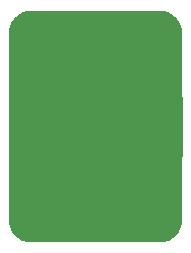
<source format=gbr>
%TF.GenerationSoftware,KiCad,Pcbnew,6.0.9+dfsg-1~bpo11+1*%
%TF.CreationDate,2022-11-06T14:36:49+01:00*%
%TF.ProjectId,sma-connector,736d612d-636f-46e6-9e65-63746f722e6b,2*%
%TF.SameCoordinates,Original*%
%TF.FileFunction,Copper,L2,Bot*%
%TF.FilePolarity,Positive*%
%FSLAX46Y46*%
G04 Gerber Fmt 4.6, Leading zero omitted, Abs format (unit mm)*
G04 Created by KiCad (PCBNEW 6.0.9+dfsg-1~bpo11+1) date 2022-11-06 14:36:49*
%MOMM*%
%LPD*%
G01*
G04 APERTURE LIST*
%TA.AperFunction,ComponentPad*%
%ADD10C,0.800000*%
%TD*%
%TA.AperFunction,SMDPad,CuDef*%
%ADD11R,3.000000X5.200000*%
%TD*%
%TA.AperFunction,ComponentPad*%
%ADD12C,3.400000*%
%TD*%
%TA.AperFunction,ViaPad*%
%ADD13C,0.800000*%
%TD*%
G04 APERTURE END LIST*
D10*
%TO.P,J2,2,Pin_2*%
%TO.N,GND*%
X139500000Y-65000000D03*
X140500000Y-65000000D03*
X141000000Y-62500000D03*
X139000000Y-62500000D03*
X141000000Y-64500000D03*
D11*
X140000000Y-63500000D03*
D10*
X139500000Y-62000000D03*
X140500000Y-62000000D03*
X140000000Y-62500000D03*
X139000000Y-64500000D03*
X140000000Y-64500000D03*
%TD*%
D12*
%TO.P,H3,1,1*%
%TO.N,GND*%
X129000000Y-56000000D03*
%TD*%
%TO.P,H4,1,1*%
%TO.N,GND*%
X139000000Y-71000000D03*
%TD*%
%TO.P,H2,1,1*%
%TO.N,GND*%
X139000000Y-56000000D03*
%TD*%
%TO.P,H1,1,1*%
%TO.N,GND*%
X129000000Y-71000000D03*
%TD*%
D13*
%TO.N,GND*%
X134500000Y-65000000D03*
X133000000Y-61500000D03*
X132500000Y-65000000D03*
X133000000Y-65500000D03*
X131500000Y-65000000D03*
X137500000Y-65000000D03*
X130500000Y-65000000D03*
X137000000Y-64500000D03*
X132000000Y-61500000D03*
X135000000Y-62500000D03*
X134000000Y-62500000D03*
X138500000Y-65000000D03*
X130000000Y-64500000D03*
X133500000Y-65000000D03*
X132000000Y-65500000D03*
X136000000Y-62500000D03*
X132500000Y-62000000D03*
X130500000Y-62000000D03*
X137000000Y-62500000D03*
X130500000Y-64000000D03*
X131000000Y-61500000D03*
X138500000Y-62000000D03*
X135000000Y-64500000D03*
X130000000Y-62500000D03*
X130000000Y-63500000D03*
X133500000Y-62000000D03*
X134500000Y-62000000D03*
X136500000Y-62000000D03*
X134000000Y-64500000D03*
X130500000Y-63000000D03*
X136000000Y-64500000D03*
X131500000Y-62000000D03*
X131000000Y-65500000D03*
X138000000Y-64500000D03*
X136500000Y-65000000D03*
X138000000Y-62500000D03*
X135500000Y-62000000D03*
X137500000Y-62000000D03*
X135500000Y-65000000D03*
%TD*%
%TA.AperFunction,Conductor*%
%TO.N,GND*%
G36*
X139488169Y-53703018D02*
G01*
X139499641Y-53705656D01*
X139510516Y-53703195D01*
X139521662Y-53703215D01*
X139521662Y-53703369D01*
X139531712Y-53702579D01*
X139613994Y-53707972D01*
X139728410Y-53715471D01*
X139741237Y-53717159D01*
X139959387Y-53760551D01*
X139971887Y-53763901D01*
X140182500Y-53835395D01*
X140194449Y-53840344D01*
X140393944Y-53938724D01*
X140405137Y-53945187D01*
X140542444Y-54036933D01*
X140590072Y-54068757D01*
X140600345Y-54076640D01*
X140767560Y-54223283D01*
X140776717Y-54232440D01*
X140923360Y-54399655D01*
X140931243Y-54409928D01*
X141054813Y-54594863D01*
X141061276Y-54606056D01*
X141159656Y-54805551D01*
X141164605Y-54817500D01*
X141236098Y-55028109D01*
X141239450Y-55040618D01*
X141282840Y-55258756D01*
X141284530Y-55271595D01*
X141297388Y-55467772D01*
X141296595Y-55477628D01*
X141296862Y-55477628D01*
X141296842Y-55488776D01*
X141294344Y-55499641D01*
X141296804Y-55510513D01*
X141297059Y-55511638D01*
X141299500Y-55533488D01*
X141299500Y-71465983D01*
X141296982Y-71488169D01*
X141294344Y-71499641D01*
X141296805Y-71510516D01*
X141296785Y-71521662D01*
X141296631Y-71521662D01*
X141297421Y-71531712D01*
X141284530Y-71728404D01*
X141282840Y-71741244D01*
X141239450Y-71959382D01*
X141236098Y-71971891D01*
X141164605Y-72182500D01*
X141159656Y-72194449D01*
X141061276Y-72393944D01*
X141054813Y-72405137D01*
X140975063Y-72524492D01*
X140931243Y-72590072D01*
X140923360Y-72600345D01*
X140776717Y-72767560D01*
X140767560Y-72776717D01*
X140600345Y-72923360D01*
X140590072Y-72931243D01*
X140405137Y-73054813D01*
X140393944Y-73061276D01*
X140194449Y-73159656D01*
X140182501Y-73164605D01*
X139971887Y-73236099D01*
X139959387Y-73239449D01*
X139741237Y-73282841D01*
X139728412Y-73284529D01*
X139532225Y-73297388D01*
X139522372Y-73296595D01*
X139522372Y-73296862D01*
X139511224Y-73296842D01*
X139500359Y-73294344D01*
X139488359Y-73297059D01*
X139466512Y-73299500D01*
X128534017Y-73299500D01*
X128511831Y-73296982D01*
X128511813Y-73296978D01*
X128500359Y-73294344D01*
X128489484Y-73296805D01*
X128478338Y-73296785D01*
X128478338Y-73296631D01*
X128468288Y-73297421D01*
X128386006Y-73292028D01*
X128271590Y-73284529D01*
X128258763Y-73282841D01*
X128040613Y-73239449D01*
X128028113Y-73236099D01*
X127817499Y-73164605D01*
X127805551Y-73159656D01*
X127606056Y-73061276D01*
X127594863Y-73054813D01*
X127409928Y-72931243D01*
X127399655Y-72923360D01*
X127232440Y-72776717D01*
X127223283Y-72767560D01*
X127076640Y-72600345D01*
X127068757Y-72590072D01*
X127024937Y-72524492D01*
X126945187Y-72405137D01*
X126938724Y-72393944D01*
X126840344Y-72194449D01*
X126835395Y-72182500D01*
X126763902Y-71971891D01*
X126760550Y-71959382D01*
X126717160Y-71741244D01*
X126715470Y-71728405D01*
X126702629Y-71532485D01*
X126704311Y-71511819D01*
X126703747Y-71511754D01*
X126704388Y-71506182D01*
X126705655Y-71500718D01*
X126705656Y-71500000D01*
X126703096Y-71488776D01*
X126702980Y-71488266D01*
X126700500Y-71466248D01*
X126700500Y-55534281D01*
X126703057Y-55511926D01*
X126703141Y-55511565D01*
X126705655Y-55500718D01*
X126705656Y-55500000D01*
X126704413Y-55494551D01*
X126703791Y-55488992D01*
X126704259Y-55488940D01*
X126702596Y-55468031D01*
X126715470Y-55271596D01*
X126717160Y-55258756D01*
X126760550Y-55040618D01*
X126763902Y-55028109D01*
X126835395Y-54817500D01*
X126840344Y-54805551D01*
X126938724Y-54606056D01*
X126945187Y-54594863D01*
X127068757Y-54409928D01*
X127076640Y-54399655D01*
X127223283Y-54232440D01*
X127232440Y-54223283D01*
X127399655Y-54076640D01*
X127409928Y-54068757D01*
X127457556Y-54036933D01*
X127594863Y-53945187D01*
X127606056Y-53938724D01*
X127805551Y-53840344D01*
X127817500Y-53835395D01*
X128028113Y-53763901D01*
X128040613Y-53760551D01*
X128258763Y-53717159D01*
X128271588Y-53715471D01*
X128467775Y-53702612D01*
X128477628Y-53703405D01*
X128477628Y-53703138D01*
X128488776Y-53703158D01*
X128499641Y-53705656D01*
X128511641Y-53702941D01*
X128533488Y-53700500D01*
X139465983Y-53700500D01*
X139488169Y-53703018D01*
G37*
%TD.AperFunction*%
%TD*%
M02*

</source>
